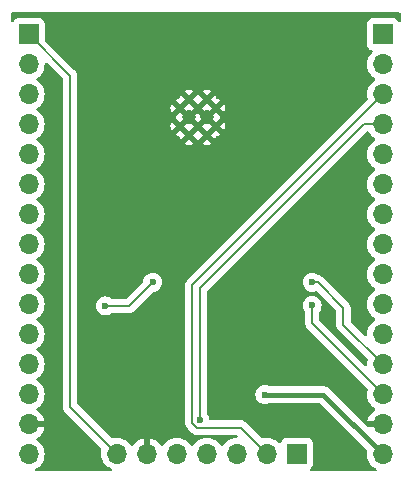
<source format=gbl>
G04 #@! TF.GenerationSoftware,KiCad,Pcbnew,8.0.0*
G04 #@! TF.CreationDate,2024-03-07T23:13:23+01:00*
G04 #@! TF.ProjectId,ESP32j1mmb,45535033-326a-4316-9d6d-622e6b696361,rev?*
G04 #@! TF.SameCoordinates,Original*
G04 #@! TF.FileFunction,Copper,L2,Bot*
G04 #@! TF.FilePolarity,Positive*
%FSLAX46Y46*%
G04 Gerber Fmt 4.6, Leading zero omitted, Abs format (unit mm)*
G04 Created by KiCad (PCBNEW 8.0.0) date 2024-03-07 23:13:23*
%MOMM*%
%LPD*%
G01*
G04 APERTURE LIST*
G04 #@! TA.AperFunction,HeatsinkPad*
%ADD10C,0.600000*%
G04 #@! TD*
G04 #@! TA.AperFunction,HeatsinkPad*
%ADD11C,1.200000*%
G04 #@! TD*
G04 #@! TA.AperFunction,ComponentPad*
%ADD12R,1.700000X1.700000*%
G04 #@! TD*
G04 #@! TA.AperFunction,ComponentPad*
%ADD13O,1.700000X1.700000*%
G04 #@! TD*
G04 #@! TA.AperFunction,ViaPad*
%ADD14C,0.600000*%
G04 #@! TD*
G04 #@! TA.AperFunction,Conductor*
%ADD15C,0.400000*%
G04 #@! TD*
G04 #@! TA.AperFunction,Conductor*
%ADD16C,0.200000*%
G04 #@! TD*
G04 APERTURE END LIST*
D10*
X87795000Y-106267500D03*
X87795000Y-107792500D03*
X88557500Y-105505000D03*
D11*
X88557500Y-107030000D03*
D10*
X88557500Y-108555000D03*
X89320000Y-106267500D03*
X89320000Y-107792500D03*
X90082500Y-105505000D03*
D11*
X90082500Y-107030000D03*
D10*
X90082500Y-108555000D03*
X90845000Y-106267500D03*
X90845000Y-107792500D03*
D12*
X105000000Y-100000000D03*
D13*
X105000000Y-102540000D03*
X105000000Y-105080000D03*
X105000000Y-107620000D03*
X105000000Y-110160000D03*
X105000000Y-112700000D03*
X105000000Y-115240000D03*
X105000000Y-117780000D03*
X105000000Y-120320000D03*
X105000000Y-122860000D03*
X105000000Y-125400000D03*
X105000000Y-127940000D03*
X105000000Y-130480000D03*
X105000000Y-133020000D03*
X105000000Y-135560000D03*
D12*
X75000000Y-100000000D03*
D13*
X75000000Y-102540000D03*
X75000000Y-105080000D03*
X75000000Y-107620000D03*
X75000000Y-110160000D03*
X75000000Y-112700000D03*
X75000000Y-115240000D03*
X75000000Y-117780000D03*
X75000000Y-120320000D03*
X75000000Y-122860000D03*
X75000000Y-125400000D03*
X75000000Y-127940000D03*
X75000000Y-130480000D03*
X75000000Y-133020000D03*
X75000000Y-135560000D03*
D12*
X97700000Y-135500000D03*
D13*
X95160000Y-135500000D03*
X92620000Y-135500000D03*
X90080000Y-135500000D03*
X87540000Y-135500000D03*
X85000000Y-135500000D03*
X82460000Y-135500000D03*
D14*
X81500000Y-132000000D03*
X98000000Y-133000000D03*
X77000000Y-124500000D03*
X100500000Y-129000000D03*
X77000000Y-99000000D03*
X101500000Y-99000000D03*
X99500000Y-119500000D03*
X79500000Y-120000000D03*
X95000000Y-122500000D03*
X95000000Y-130500000D03*
X81500000Y-122999994D03*
X85500000Y-121000000D03*
X89500000Y-132650000D03*
X99000000Y-121000000D03*
X99000012Y-122959606D03*
D15*
X95000000Y-130500000D02*
X99940000Y-130500000D01*
X99940000Y-130500000D02*
X105000000Y-135560000D01*
D16*
X75000000Y-100000000D02*
X78500000Y-103500000D01*
X78500000Y-131540000D02*
X82460000Y-135500000D01*
X78500000Y-103500000D02*
X78500000Y-131540000D01*
X85500000Y-121000000D02*
X83500006Y-122999994D01*
X83500006Y-122999994D02*
X81500000Y-122999994D01*
X89500000Y-121500000D02*
X89500000Y-132650000D01*
X103380000Y-107620000D02*
X89500000Y-121500000D01*
X105000000Y-107620000D02*
X103380000Y-107620000D01*
X88850000Y-132919239D02*
X89230761Y-133300000D01*
X89230761Y-133300000D02*
X92960000Y-133300000D01*
X88850000Y-121230000D02*
X88850000Y-132919239D01*
X105000000Y-105080000D02*
X88850000Y-121230000D01*
X92960000Y-133300000D02*
X95160000Y-135500000D01*
X101650000Y-123150000D02*
X99500000Y-121000000D01*
X99500000Y-121000000D02*
X99000000Y-121000000D01*
X105000000Y-127940000D02*
X101650000Y-124590000D01*
X101650000Y-124590000D02*
X101650000Y-123150000D01*
X105000000Y-130480000D02*
X99000012Y-124480012D01*
X99000012Y-124480012D02*
X99000012Y-122959606D01*
G04 #@! TA.AperFunction,Conductor*
G36*
X76549473Y-102400911D02*
G01*
X76564431Y-102413666D01*
X77863181Y-103712416D01*
X77896666Y-103773739D01*
X77899500Y-103800097D01*
X77899500Y-131453330D01*
X77899499Y-131453348D01*
X77899499Y-131619054D01*
X77899498Y-131619054D01*
X77899499Y-131619057D01*
X77940423Y-131771785D01*
X77965410Y-131815063D01*
X77986666Y-131851880D01*
X78019479Y-131908714D01*
X78019481Y-131908717D01*
X78138349Y-132027585D01*
X78138355Y-132027590D01*
X81127233Y-135016469D01*
X81160718Y-135077792D01*
X81159327Y-135136243D01*
X81124938Y-135264586D01*
X81124936Y-135264596D01*
X81104341Y-135499999D01*
X81104341Y-135500000D01*
X81124936Y-135735403D01*
X81124938Y-135735413D01*
X81186094Y-135963655D01*
X81186096Y-135963659D01*
X81186097Y-135963663D01*
X81265801Y-136134588D01*
X81285965Y-136177830D01*
X81285967Y-136177834D01*
X81327977Y-136237830D01*
X81421505Y-136371401D01*
X81588599Y-136538495D01*
X81674285Y-136598493D01*
X81782165Y-136674032D01*
X81782167Y-136674033D01*
X81782170Y-136674035D01*
X81973209Y-136763118D01*
X82025648Y-136809290D01*
X82044800Y-136876484D01*
X82024584Y-136943365D01*
X81971419Y-136988700D01*
X81920804Y-136999500D01*
X75667866Y-136999500D01*
X75600827Y-136979815D01*
X75555072Y-136927011D01*
X75545128Y-136857853D01*
X75574153Y-136794297D01*
X75615461Y-136763118D01*
X75677830Y-136734035D01*
X75871401Y-136598495D01*
X76038495Y-136431401D01*
X76174035Y-136237830D01*
X76273903Y-136023663D01*
X76335063Y-135795408D01*
X76355659Y-135560000D01*
X76335063Y-135324592D01*
X76283887Y-135133597D01*
X76273905Y-135096344D01*
X76273904Y-135096343D01*
X76273903Y-135096337D01*
X76174035Y-134882171D01*
X76162301Y-134865412D01*
X76038494Y-134688597D01*
X75871402Y-134521506D01*
X75871401Y-134521505D01*
X75685405Y-134391269D01*
X75641781Y-134336692D01*
X75634588Y-134267193D01*
X75666110Y-134204839D01*
X75685405Y-134188119D01*
X75871082Y-134058105D01*
X76038105Y-133891082D01*
X76173600Y-133697578D01*
X76273429Y-133483492D01*
X76273432Y-133483486D01*
X76330636Y-133270000D01*
X75433012Y-133270000D01*
X75465925Y-133212993D01*
X75500000Y-133085826D01*
X75500000Y-132954174D01*
X75465925Y-132827007D01*
X75433012Y-132770000D01*
X76330636Y-132770000D01*
X76330635Y-132769999D01*
X76273432Y-132556513D01*
X76273429Y-132556507D01*
X76173600Y-132342422D01*
X76173599Y-132342420D01*
X76038113Y-132148926D01*
X76038108Y-132148920D01*
X75871078Y-131981890D01*
X75685405Y-131851879D01*
X75641780Y-131797302D01*
X75634588Y-131727804D01*
X75666110Y-131665449D01*
X75685406Y-131648730D01*
X75871401Y-131518495D01*
X76038495Y-131351401D01*
X76174035Y-131157830D01*
X76273903Y-130943663D01*
X76335063Y-130715408D01*
X76355659Y-130480000D01*
X76335063Y-130244592D01*
X76282143Y-130047091D01*
X76273905Y-130016344D01*
X76273904Y-130016343D01*
X76273903Y-130016337D01*
X76174035Y-129802171D01*
X76154458Y-129774211D01*
X76038494Y-129608597D01*
X75871402Y-129441506D01*
X75871396Y-129441501D01*
X75685842Y-129311575D01*
X75642217Y-129256998D01*
X75635023Y-129187500D01*
X75666546Y-129125145D01*
X75685842Y-129108425D01*
X75708026Y-129092891D01*
X75871401Y-128978495D01*
X76038495Y-128811401D01*
X76174035Y-128617830D01*
X76273903Y-128403663D01*
X76335063Y-128175408D01*
X76355659Y-127940000D01*
X76335063Y-127704592D01*
X76282143Y-127507091D01*
X76273905Y-127476344D01*
X76273904Y-127476343D01*
X76273903Y-127476337D01*
X76174035Y-127262171D01*
X76038495Y-127068599D01*
X76038494Y-127068597D01*
X75871402Y-126901506D01*
X75871396Y-126901501D01*
X75685842Y-126771575D01*
X75642217Y-126716998D01*
X75635023Y-126647500D01*
X75666546Y-126585145D01*
X75685842Y-126568425D01*
X75708026Y-126552891D01*
X75871401Y-126438495D01*
X76038495Y-126271401D01*
X76174035Y-126077830D01*
X76273903Y-125863663D01*
X76335063Y-125635408D01*
X76355659Y-125400000D01*
X76335063Y-125164592D01*
X76282279Y-124967597D01*
X76273905Y-124936344D01*
X76273904Y-124936343D01*
X76273903Y-124936337D01*
X76174035Y-124722171D01*
X76136845Y-124669057D01*
X76038494Y-124528597D01*
X75871402Y-124361506D01*
X75871396Y-124361501D01*
X75685842Y-124231575D01*
X75642217Y-124176998D01*
X75635023Y-124107500D01*
X75666546Y-124045145D01*
X75685842Y-124028425D01*
X75708026Y-124012891D01*
X75871401Y-123898495D01*
X76038495Y-123731401D01*
X76174035Y-123537830D01*
X76273903Y-123323663D01*
X76335063Y-123095408D01*
X76355659Y-122860000D01*
X76335063Y-122624592D01*
X76283887Y-122433597D01*
X76273905Y-122396344D01*
X76273904Y-122396343D01*
X76273903Y-122396337D01*
X76174035Y-122182171D01*
X76168481Y-122174238D01*
X76038494Y-121988597D01*
X75871402Y-121821506D01*
X75871396Y-121821501D01*
X75685842Y-121691575D01*
X75642217Y-121636998D01*
X75635023Y-121567500D01*
X75666546Y-121505145D01*
X75685842Y-121488425D01*
X75708026Y-121472891D01*
X75871401Y-121358495D01*
X76038495Y-121191401D01*
X76174035Y-120997830D01*
X76273903Y-120783663D01*
X76335063Y-120555408D01*
X76355659Y-120320000D01*
X76335063Y-120084592D01*
X76283887Y-119893597D01*
X76273905Y-119856344D01*
X76273904Y-119856343D01*
X76273903Y-119856337D01*
X76174035Y-119642171D01*
X76038495Y-119448599D01*
X76038494Y-119448597D01*
X75871402Y-119281506D01*
X75871396Y-119281501D01*
X75685842Y-119151575D01*
X75642217Y-119096998D01*
X75635023Y-119027500D01*
X75666546Y-118965145D01*
X75685842Y-118948425D01*
X75708026Y-118932891D01*
X75871401Y-118818495D01*
X76038495Y-118651401D01*
X76174035Y-118457830D01*
X76273903Y-118243663D01*
X76335063Y-118015408D01*
X76355659Y-117780000D01*
X76335063Y-117544592D01*
X76283887Y-117353597D01*
X76273905Y-117316344D01*
X76273904Y-117316343D01*
X76273903Y-117316337D01*
X76174035Y-117102171D01*
X76038495Y-116908599D01*
X76038494Y-116908597D01*
X75871402Y-116741506D01*
X75871396Y-116741501D01*
X75685842Y-116611575D01*
X75642217Y-116556998D01*
X75635023Y-116487500D01*
X75666546Y-116425145D01*
X75685842Y-116408425D01*
X75708026Y-116392891D01*
X75871401Y-116278495D01*
X76038495Y-116111401D01*
X76174035Y-115917830D01*
X76273903Y-115703663D01*
X76335063Y-115475408D01*
X76355659Y-115240000D01*
X76335063Y-115004592D01*
X76283887Y-114813597D01*
X76273905Y-114776344D01*
X76273904Y-114776343D01*
X76273903Y-114776337D01*
X76174035Y-114562171D01*
X76038495Y-114368599D01*
X76038494Y-114368597D01*
X75871402Y-114201506D01*
X75871396Y-114201501D01*
X75685842Y-114071575D01*
X75642217Y-114016998D01*
X75635023Y-113947500D01*
X75666546Y-113885145D01*
X75685842Y-113868425D01*
X75708026Y-113852891D01*
X75871401Y-113738495D01*
X76038495Y-113571401D01*
X76174035Y-113377830D01*
X76273903Y-113163663D01*
X76335063Y-112935408D01*
X76355659Y-112700000D01*
X76335063Y-112464592D01*
X76283887Y-112273597D01*
X76273905Y-112236344D01*
X76273904Y-112236343D01*
X76273903Y-112236337D01*
X76174035Y-112022171D01*
X76038495Y-111828599D01*
X76038494Y-111828597D01*
X75871402Y-111661506D01*
X75871396Y-111661501D01*
X75685842Y-111531575D01*
X75642217Y-111476998D01*
X75635023Y-111407500D01*
X75666546Y-111345145D01*
X75685842Y-111328425D01*
X75708026Y-111312891D01*
X75871401Y-111198495D01*
X76038495Y-111031401D01*
X76174035Y-110837830D01*
X76273903Y-110623663D01*
X76335063Y-110395408D01*
X76355659Y-110160000D01*
X76335063Y-109924592D01*
X76283887Y-109733597D01*
X76273905Y-109696344D01*
X76273904Y-109696343D01*
X76273903Y-109696337D01*
X76174035Y-109482171D01*
X76038495Y-109288599D01*
X76038494Y-109288597D01*
X75871402Y-109121506D01*
X75871396Y-109121501D01*
X75685842Y-108991575D01*
X75642217Y-108936998D01*
X75635023Y-108867500D01*
X75666546Y-108805145D01*
X75685842Y-108788425D01*
X75763370Y-108734139D01*
X75871401Y-108658495D01*
X76038495Y-108491401D01*
X76174035Y-108297830D01*
X76273903Y-108083663D01*
X76335063Y-107855408D01*
X76355659Y-107620000D01*
X76335063Y-107384592D01*
X76283887Y-107193597D01*
X76273905Y-107156344D01*
X76273904Y-107156343D01*
X76273903Y-107156337D01*
X76174035Y-106942171D01*
X76038495Y-106748599D01*
X76038494Y-106748597D01*
X75871402Y-106581506D01*
X75871396Y-106581501D01*
X75685842Y-106451575D01*
X75642217Y-106396998D01*
X75635023Y-106327500D01*
X75666546Y-106265145D01*
X75685842Y-106248425D01*
X75739497Y-106210855D01*
X75871401Y-106118495D01*
X76038495Y-105951401D01*
X76174035Y-105757830D01*
X76273903Y-105543663D01*
X76335063Y-105315408D01*
X76355659Y-105080000D01*
X76335063Y-104844592D01*
X76283887Y-104653597D01*
X76273905Y-104616344D01*
X76273904Y-104616343D01*
X76273903Y-104616337D01*
X76174035Y-104402171D01*
X76038495Y-104208599D01*
X76038494Y-104208597D01*
X75871402Y-104041506D01*
X75871396Y-104041501D01*
X75685842Y-103911575D01*
X75642217Y-103856998D01*
X75635023Y-103787500D01*
X75666546Y-103725145D01*
X75685842Y-103708425D01*
X75708026Y-103692891D01*
X75871401Y-103578495D01*
X76038495Y-103411401D01*
X76174035Y-103217830D01*
X76273903Y-103003663D01*
X76335063Y-102775408D01*
X76355659Y-102540000D01*
X76353222Y-102512154D01*
X76366987Y-102443657D01*
X76415601Y-102393473D01*
X76483629Y-102377538D01*
X76549473Y-102400911D01*
G37*
G04 #@! TD.AperFunction*
G04 #@! TA.AperFunction,Conductor*
G36*
X103777948Y-108240185D02*
G01*
X103823292Y-108292097D01*
X103825965Y-108297830D01*
X103825966Y-108297831D01*
X103961501Y-108491395D01*
X103961506Y-108491402D01*
X104128597Y-108658493D01*
X104128603Y-108658498D01*
X104314158Y-108788425D01*
X104357783Y-108843002D01*
X104364977Y-108912500D01*
X104333454Y-108974855D01*
X104314158Y-108991575D01*
X104128597Y-109121505D01*
X103961505Y-109288597D01*
X103825965Y-109482169D01*
X103825964Y-109482171D01*
X103726098Y-109696335D01*
X103726094Y-109696344D01*
X103664938Y-109924586D01*
X103664936Y-109924596D01*
X103644341Y-110159999D01*
X103644341Y-110160000D01*
X103664936Y-110395403D01*
X103664938Y-110395413D01*
X103726094Y-110623655D01*
X103726096Y-110623659D01*
X103726097Y-110623663D01*
X103761319Y-110699196D01*
X103825965Y-110837830D01*
X103825967Y-110837834D01*
X103961501Y-111031395D01*
X103961506Y-111031402D01*
X104128597Y-111198493D01*
X104128603Y-111198498D01*
X104314158Y-111328425D01*
X104357783Y-111383002D01*
X104364977Y-111452500D01*
X104333454Y-111514855D01*
X104314158Y-111531575D01*
X104128597Y-111661505D01*
X103961505Y-111828597D01*
X103825965Y-112022169D01*
X103825964Y-112022171D01*
X103726098Y-112236335D01*
X103726094Y-112236344D01*
X103664938Y-112464586D01*
X103664936Y-112464596D01*
X103644341Y-112699999D01*
X103644341Y-112700000D01*
X103664936Y-112935403D01*
X103664938Y-112935413D01*
X103726094Y-113163655D01*
X103726096Y-113163659D01*
X103726097Y-113163663D01*
X103761319Y-113239196D01*
X103825965Y-113377830D01*
X103825967Y-113377834D01*
X103961501Y-113571395D01*
X103961506Y-113571402D01*
X104128597Y-113738493D01*
X104128603Y-113738498D01*
X104314158Y-113868425D01*
X104357783Y-113923002D01*
X104364977Y-113992500D01*
X104333454Y-114054855D01*
X104314158Y-114071575D01*
X104128597Y-114201505D01*
X103961505Y-114368597D01*
X103825965Y-114562169D01*
X103825964Y-114562171D01*
X103726098Y-114776335D01*
X103726094Y-114776344D01*
X103664938Y-115004586D01*
X103664936Y-115004596D01*
X103644341Y-115239999D01*
X103644341Y-115240000D01*
X103664936Y-115475403D01*
X103664938Y-115475413D01*
X103726094Y-115703655D01*
X103726096Y-115703659D01*
X103726097Y-115703663D01*
X103761319Y-115779196D01*
X103825965Y-115917830D01*
X103825967Y-115917834D01*
X103961501Y-116111395D01*
X103961506Y-116111402D01*
X104128597Y-116278493D01*
X104128603Y-116278498D01*
X104314158Y-116408425D01*
X104357783Y-116463002D01*
X104364977Y-116532500D01*
X104333454Y-116594855D01*
X104314158Y-116611575D01*
X104128597Y-116741505D01*
X103961505Y-116908597D01*
X103825965Y-117102169D01*
X103825964Y-117102171D01*
X103726098Y-117316335D01*
X103726094Y-117316344D01*
X103664938Y-117544586D01*
X103664936Y-117544596D01*
X103644341Y-117779999D01*
X103644341Y-117780000D01*
X103664936Y-118015403D01*
X103664938Y-118015413D01*
X103726094Y-118243655D01*
X103726096Y-118243659D01*
X103726097Y-118243663D01*
X103761319Y-118319196D01*
X103825965Y-118457830D01*
X103825967Y-118457834D01*
X103961501Y-118651395D01*
X103961506Y-118651402D01*
X104128597Y-118818493D01*
X104128603Y-118818498D01*
X104314158Y-118948425D01*
X104357783Y-119003002D01*
X104364977Y-119072500D01*
X104333454Y-119134855D01*
X104314158Y-119151575D01*
X104128597Y-119281505D01*
X103961505Y-119448597D01*
X103825965Y-119642169D01*
X103825964Y-119642171D01*
X103726098Y-119856335D01*
X103726094Y-119856344D01*
X103664938Y-120084586D01*
X103664936Y-120084596D01*
X103644341Y-120319999D01*
X103644341Y-120320000D01*
X103664936Y-120555403D01*
X103664938Y-120555413D01*
X103726094Y-120783655D01*
X103726096Y-120783659D01*
X103726097Y-120783663D01*
X103762293Y-120861285D01*
X103825965Y-120997830D01*
X103825967Y-120997834D01*
X103961501Y-121191395D01*
X103961506Y-121191402D01*
X104128597Y-121358493D01*
X104128603Y-121358498D01*
X104314158Y-121488425D01*
X104357783Y-121543002D01*
X104364977Y-121612500D01*
X104333454Y-121674855D01*
X104314158Y-121691575D01*
X104128597Y-121821505D01*
X103961505Y-121988597D01*
X103825965Y-122182169D01*
X103825964Y-122182171D01*
X103726098Y-122396335D01*
X103726094Y-122396344D01*
X103664938Y-122624586D01*
X103664936Y-122624596D01*
X103644341Y-122859999D01*
X103644341Y-122860000D01*
X103664936Y-123095403D01*
X103664938Y-123095413D01*
X103726094Y-123323655D01*
X103726096Y-123323659D01*
X103726097Y-123323663D01*
X103790543Y-123461868D01*
X103825965Y-123537830D01*
X103825967Y-123537834D01*
X103961501Y-123731395D01*
X103961506Y-123731402D01*
X104128597Y-123898493D01*
X104128603Y-123898498D01*
X104314158Y-124028425D01*
X104357783Y-124083002D01*
X104364977Y-124152500D01*
X104333454Y-124214855D01*
X104314158Y-124231575D01*
X104128597Y-124361505D01*
X103961505Y-124528597D01*
X103825965Y-124722169D01*
X103825964Y-124722171D01*
X103726098Y-124936335D01*
X103726094Y-124936344D01*
X103664938Y-125164586D01*
X103664936Y-125164596D01*
X103644341Y-125399999D01*
X103644341Y-125400000D01*
X103646777Y-125427844D01*
X103633010Y-125496344D01*
X103584395Y-125546528D01*
X103516367Y-125562461D01*
X103450523Y-125539086D01*
X103435568Y-125526333D01*
X102286819Y-124377584D01*
X102253334Y-124316261D01*
X102250500Y-124289903D01*
X102250500Y-123070945D01*
X102250500Y-123070943D01*
X102231489Y-122999994D01*
X102209577Y-122918215D01*
X102153299Y-122820739D01*
X102130520Y-122781284D01*
X102018716Y-122669480D01*
X102018715Y-122669479D01*
X102014385Y-122665149D01*
X102014374Y-122665139D01*
X99987590Y-120638355D01*
X99987588Y-120638352D01*
X99868717Y-120519481D01*
X99868709Y-120519475D01*
X99766936Y-120460717D01*
X99766934Y-120460716D01*
X99731790Y-120440425D01*
X99731789Y-120440424D01*
X99579054Y-120399498D01*
X99570997Y-120398438D01*
X99571287Y-120396232D01*
X99515372Y-120379814D01*
X99505097Y-120372445D01*
X99502262Y-120370184D01*
X99349523Y-120274211D01*
X99179254Y-120214631D01*
X99179249Y-120214630D01*
X99000004Y-120194435D01*
X98999996Y-120194435D01*
X98820750Y-120214630D01*
X98820745Y-120214631D01*
X98650476Y-120274211D01*
X98497737Y-120370184D01*
X98370184Y-120497737D01*
X98274211Y-120650476D01*
X98214631Y-120820745D01*
X98214630Y-120820750D01*
X98194435Y-120999996D01*
X98194435Y-121000003D01*
X98214630Y-121179249D01*
X98214631Y-121179254D01*
X98274211Y-121349523D01*
X98361490Y-121488425D01*
X98370184Y-121502262D01*
X98497738Y-121629816D01*
X98569417Y-121674855D01*
X98633875Y-121715357D01*
X98650478Y-121725789D01*
X98703994Y-121744515D01*
X98820745Y-121785368D01*
X98820750Y-121785369D01*
X98999996Y-121805565D01*
X99000000Y-121805565D01*
X99000004Y-121805565D01*
X99179249Y-121785369D01*
X99179252Y-121785368D01*
X99179255Y-121785368D01*
X99179256Y-121785367D01*
X99179259Y-121785367D01*
X99212100Y-121773875D01*
X99296006Y-121744514D01*
X99365782Y-121740952D01*
X99424640Y-121773875D01*
X101013181Y-123362416D01*
X101046666Y-123423739D01*
X101049500Y-123450097D01*
X101049500Y-124503330D01*
X101049499Y-124503348D01*
X101049499Y-124669054D01*
X101049498Y-124669054D01*
X101090423Y-124821786D01*
X101105977Y-124848724D01*
X101105978Y-124848729D01*
X101105980Y-124848729D01*
X101156560Y-124936337D01*
X101169479Y-124958714D01*
X101169481Y-124958717D01*
X101288349Y-125077585D01*
X101288355Y-125077590D01*
X103667233Y-127456468D01*
X103700718Y-127517791D01*
X103699327Y-127576241D01*
X103664939Y-127704583D01*
X103664936Y-127704596D01*
X103644341Y-127939999D01*
X103644341Y-127940000D01*
X103646777Y-127967844D01*
X103633010Y-128036344D01*
X103584395Y-128086528D01*
X103516367Y-128102461D01*
X103450523Y-128079086D01*
X103435568Y-128066333D01*
X99636831Y-124267596D01*
X99603346Y-124206273D01*
X99600512Y-124179915D01*
X99600512Y-123542018D01*
X99620197Y-123474979D01*
X99627567Y-123464703D01*
X99629822Y-123461873D01*
X99629828Y-123461868D01*
X99725801Y-123309128D01*
X99785380Y-123138861D01*
X99785381Y-123138855D01*
X99805577Y-122959609D01*
X99805577Y-122959602D01*
X99785381Y-122780356D01*
X99785380Y-122780351D01*
X99725801Y-122610084D01*
X99629828Y-122457344D01*
X99502274Y-122329790D01*
X99487971Y-122320803D01*
X99349535Y-122233817D01*
X99179266Y-122174237D01*
X99179261Y-122174236D01*
X99000016Y-122154041D01*
X99000008Y-122154041D01*
X98820762Y-122174236D01*
X98820757Y-122174237D01*
X98650488Y-122233817D01*
X98497749Y-122329790D01*
X98370196Y-122457343D01*
X98274223Y-122610082D01*
X98214643Y-122780351D01*
X98214642Y-122780356D01*
X98194447Y-122959602D01*
X98194447Y-122959609D01*
X98214642Y-123138855D01*
X98214643Y-123138860D01*
X98274223Y-123309129D01*
X98370197Y-123461869D01*
X98372457Y-123464703D01*
X98373346Y-123466881D01*
X98373901Y-123467764D01*
X98373746Y-123467861D01*
X98398867Y-123529389D01*
X98399512Y-123542018D01*
X98399512Y-124393342D01*
X98399511Y-124393360D01*
X98399511Y-124559066D01*
X98399510Y-124559066D01*
X98399511Y-124559069D01*
X98440435Y-124711797D01*
X98446423Y-124722169D01*
X98469370Y-124761912D01*
X98469371Y-124761916D01*
X98469372Y-124761916D01*
X98519491Y-124848726D01*
X98519493Y-124848729D01*
X98638361Y-124967597D01*
X98638367Y-124967602D01*
X103667233Y-129996468D01*
X103700718Y-130057791D01*
X103699327Y-130116241D01*
X103664939Y-130244583D01*
X103664936Y-130244596D01*
X103644341Y-130479999D01*
X103644341Y-130480000D01*
X103664936Y-130715403D01*
X103664938Y-130715413D01*
X103726094Y-130943655D01*
X103726096Y-130943659D01*
X103726097Y-130943663D01*
X103761319Y-131019196D01*
X103825965Y-131157830D01*
X103825967Y-131157834D01*
X103929410Y-131305565D01*
X103944827Y-131327583D01*
X103961501Y-131351395D01*
X103961506Y-131351402D01*
X104128597Y-131518493D01*
X104128603Y-131518498D01*
X104314594Y-131648730D01*
X104358219Y-131703307D01*
X104365413Y-131772805D01*
X104333890Y-131835160D01*
X104314595Y-131851880D01*
X104128922Y-131981890D01*
X104128920Y-131981891D01*
X103961891Y-132148920D01*
X103961886Y-132148926D01*
X103826400Y-132342420D01*
X103826399Y-132342422D01*
X103726570Y-132556507D01*
X103726567Y-132556513D01*
X103669364Y-132769999D01*
X103669364Y-132770000D01*
X104566988Y-132770000D01*
X104534075Y-132827007D01*
X104500000Y-132954174D01*
X104500000Y-133085826D01*
X104534075Y-133212993D01*
X104566988Y-133270000D01*
X103752019Y-133270000D01*
X103684980Y-133250315D01*
X103664338Y-133233681D01*
X100386546Y-129955888D01*
X100386545Y-129955887D01*
X100271807Y-129879222D01*
X100144332Y-129826421D01*
X100144322Y-129826418D01*
X100008996Y-129799500D01*
X100008994Y-129799500D01*
X100008993Y-129799500D01*
X95425494Y-129799500D01*
X95359523Y-129780494D01*
X95349525Y-129774212D01*
X95179254Y-129714631D01*
X95179249Y-129714630D01*
X95000004Y-129694435D01*
X94999996Y-129694435D01*
X94820750Y-129714630D01*
X94820745Y-129714631D01*
X94650476Y-129774211D01*
X94497737Y-129870184D01*
X94370184Y-129997737D01*
X94274211Y-130150476D01*
X94214631Y-130320745D01*
X94214630Y-130320750D01*
X94194435Y-130499996D01*
X94194435Y-130500003D01*
X94214630Y-130679249D01*
X94214631Y-130679254D01*
X94274211Y-130849523D01*
X94333359Y-130943655D01*
X94370184Y-131002262D01*
X94497738Y-131129816D01*
X94588080Y-131186582D01*
X94650474Y-131225787D01*
X94650478Y-131225789D01*
X94820745Y-131285368D01*
X94820750Y-131285369D01*
X94999996Y-131305565D01*
X95000000Y-131305565D01*
X95000004Y-131305565D01*
X95179249Y-131285369D01*
X95179252Y-131285368D01*
X95179255Y-131285368D01*
X95349522Y-131225789D01*
X95350488Y-131225181D01*
X95359523Y-131219506D01*
X95425494Y-131200500D01*
X99598481Y-131200500D01*
X99665520Y-131220185D01*
X99686162Y-131236819D01*
X103637348Y-135188005D01*
X103670833Y-135249328D01*
X103669442Y-135307778D01*
X103664939Y-135324584D01*
X103664936Y-135324597D01*
X103644341Y-135559999D01*
X103644341Y-135560000D01*
X103664936Y-135795403D01*
X103664938Y-135795413D01*
X103726094Y-136023655D01*
X103726096Y-136023659D01*
X103726097Y-136023663D01*
X103797988Y-136177834D01*
X103825965Y-136237830D01*
X103825967Y-136237834D01*
X103919493Y-136371402D01*
X103961505Y-136431401D01*
X104128599Y-136598495D01*
X104225384Y-136666265D01*
X104322165Y-136734032D01*
X104322167Y-136734033D01*
X104322170Y-136734035D01*
X104384539Y-136763118D01*
X104436978Y-136809290D01*
X104456130Y-136876484D01*
X104435914Y-136943365D01*
X104382749Y-136988700D01*
X104332134Y-136999500D01*
X98890103Y-136999500D01*
X98823064Y-136979815D01*
X98777309Y-136927011D01*
X98767365Y-136857853D01*
X98796390Y-136794297D01*
X98815792Y-136776234D01*
X98875240Y-136731730D01*
X98907546Y-136707546D01*
X98993796Y-136592331D01*
X99044091Y-136457483D01*
X99050500Y-136397873D01*
X99050499Y-134602128D01*
X99044091Y-134542517D01*
X99042810Y-134539083D01*
X98993797Y-134407671D01*
X98993793Y-134407664D01*
X98907547Y-134292455D01*
X98907544Y-134292452D01*
X98792335Y-134206206D01*
X98792328Y-134206202D01*
X98657482Y-134155908D01*
X98657483Y-134155908D01*
X98597883Y-134149501D01*
X98597881Y-134149500D01*
X98597873Y-134149500D01*
X98597864Y-134149500D01*
X96802129Y-134149500D01*
X96802123Y-134149501D01*
X96742516Y-134155908D01*
X96607671Y-134206202D01*
X96607664Y-134206206D01*
X96492455Y-134292452D01*
X96492452Y-134292455D01*
X96406206Y-134407664D01*
X96406203Y-134407669D01*
X96357189Y-134539083D01*
X96315317Y-134595016D01*
X96249853Y-134619433D01*
X96181580Y-134604581D01*
X96153326Y-134583430D01*
X96031402Y-134461506D01*
X96031395Y-134461501D01*
X95837834Y-134325967D01*
X95837830Y-134325965D01*
X95808300Y-134312195D01*
X95623663Y-134226097D01*
X95623659Y-134226096D01*
X95623655Y-134226094D01*
X95395413Y-134164938D01*
X95395403Y-134164936D01*
X95160001Y-134144341D01*
X95159999Y-134144341D01*
X94924596Y-134164936D01*
X94924583Y-134164939D01*
X94796241Y-134199327D01*
X94726392Y-134197664D01*
X94676468Y-134167233D01*
X93447590Y-132938355D01*
X93447588Y-132938352D01*
X93328717Y-132819481D01*
X93328716Y-132819480D01*
X93241904Y-132769360D01*
X93241904Y-132769359D01*
X93241900Y-132769358D01*
X93191785Y-132740423D01*
X93039057Y-132699499D01*
X92880943Y-132699499D01*
X92873347Y-132699499D01*
X92873331Y-132699500D01*
X90421956Y-132699500D01*
X90354917Y-132679815D01*
X90309162Y-132627011D01*
X90298736Y-132589384D01*
X90285369Y-132470749D01*
X90285368Y-132470745D01*
X90225788Y-132300476D01*
X90130562Y-132148926D01*
X90129816Y-132147738D01*
X90129814Y-132147736D01*
X90129813Y-132147734D01*
X90127550Y-132144896D01*
X90126659Y-132142715D01*
X90126111Y-132141842D01*
X90126264Y-132141745D01*
X90101144Y-132080209D01*
X90100500Y-132067587D01*
X90100500Y-121800097D01*
X90120185Y-121733058D01*
X90136819Y-121712416D01*
X103592416Y-108256819D01*
X103653739Y-108223334D01*
X103680097Y-108220500D01*
X103710909Y-108220500D01*
X103777948Y-108240185D01*
G37*
G04 #@! TD.AperFunction*
G04 #@! TA.AperFunction,Conductor*
G36*
X106442539Y-98159685D02*
G01*
X106488294Y-98212489D01*
X106499500Y-98264000D01*
X106499500Y-98809897D01*
X106479815Y-98876936D01*
X106427011Y-98922691D01*
X106357853Y-98932635D01*
X106294297Y-98903610D01*
X106276234Y-98884208D01*
X106207547Y-98792455D01*
X106207544Y-98792452D01*
X106092335Y-98706206D01*
X106092328Y-98706202D01*
X105957482Y-98655908D01*
X105957483Y-98655908D01*
X105897883Y-98649501D01*
X105897881Y-98649500D01*
X105897873Y-98649500D01*
X105897864Y-98649500D01*
X104102129Y-98649500D01*
X104102123Y-98649501D01*
X104042516Y-98655908D01*
X103907671Y-98706202D01*
X103907664Y-98706206D01*
X103792455Y-98792452D01*
X103792452Y-98792455D01*
X103706206Y-98907664D01*
X103706202Y-98907671D01*
X103655908Y-99042517D01*
X103649501Y-99102116D01*
X103649501Y-99102123D01*
X103649500Y-99102135D01*
X103649500Y-100897870D01*
X103649501Y-100897876D01*
X103655908Y-100957483D01*
X103706202Y-101092328D01*
X103706206Y-101092335D01*
X103792452Y-101207544D01*
X103792455Y-101207547D01*
X103907664Y-101293793D01*
X103907671Y-101293797D01*
X104039081Y-101342810D01*
X104095015Y-101384681D01*
X104119432Y-101450145D01*
X104104580Y-101518418D01*
X104083430Y-101546673D01*
X103961503Y-101668600D01*
X103825965Y-101862169D01*
X103825964Y-101862171D01*
X103726098Y-102076335D01*
X103726094Y-102076344D01*
X103664938Y-102304586D01*
X103664936Y-102304596D01*
X103644341Y-102539999D01*
X103644341Y-102540000D01*
X103664936Y-102775403D01*
X103664938Y-102775413D01*
X103726094Y-103003655D01*
X103726096Y-103003659D01*
X103726097Y-103003663D01*
X103761319Y-103079196D01*
X103825965Y-103217830D01*
X103825967Y-103217834D01*
X103961501Y-103411395D01*
X103961506Y-103411402D01*
X104128597Y-103578493D01*
X104128603Y-103578498D01*
X104314158Y-103708425D01*
X104357783Y-103763002D01*
X104364977Y-103832500D01*
X104333454Y-103894855D01*
X104314158Y-103911575D01*
X104128597Y-104041505D01*
X103961505Y-104208597D01*
X103825965Y-104402169D01*
X103825964Y-104402171D01*
X103726098Y-104616335D01*
X103726094Y-104616344D01*
X103664938Y-104844586D01*
X103664936Y-104844596D01*
X103644341Y-105079999D01*
X103644341Y-105080000D01*
X103664936Y-105315403D01*
X103664938Y-105315413D01*
X103699327Y-105443756D01*
X103697664Y-105513606D01*
X103667233Y-105563530D01*
X88481286Y-120749478D01*
X88369481Y-120861282D01*
X88369479Y-120861285D01*
X88319361Y-120948094D01*
X88319359Y-120948096D01*
X88290425Y-120998209D01*
X88290424Y-120998210D01*
X88289944Y-121000003D01*
X88249499Y-121150943D01*
X88249499Y-121150945D01*
X88249499Y-121319046D01*
X88249500Y-121319059D01*
X88249500Y-132832569D01*
X88249499Y-132832587D01*
X88249499Y-132998293D01*
X88249498Y-132998293D01*
X88249499Y-132998296D01*
X88290423Y-133151024D01*
X88291138Y-133152262D01*
X88291139Y-133152263D01*
X88291147Y-133152278D01*
X88369477Y-133287951D01*
X88369481Y-133287956D01*
X88488349Y-133406824D01*
X88488355Y-133406829D01*
X88745900Y-133664374D01*
X88745910Y-133664385D01*
X88750240Y-133668715D01*
X88750241Y-133668716D01*
X88862045Y-133780520D01*
X88862047Y-133780521D01*
X88862051Y-133780524D01*
X88998970Y-133859573D01*
X88998977Y-133859577D01*
X89110780Y-133889534D01*
X89151703Y-133900500D01*
X89151704Y-133900500D01*
X90027050Y-133900500D01*
X90082285Y-133916719D01*
X90108518Y-133902931D01*
X90132950Y-133900500D01*
X92567050Y-133900500D01*
X92634089Y-133920185D01*
X92679844Y-133972989D01*
X92689788Y-134042147D01*
X92660763Y-134105703D01*
X92601985Y-134143477D01*
X92577858Y-134148028D01*
X92384596Y-134164936D01*
X92384586Y-134164938D01*
X92156344Y-134226094D01*
X92156335Y-134226098D01*
X91942171Y-134325964D01*
X91942169Y-134325965D01*
X91748597Y-134461505D01*
X91581505Y-134628597D01*
X91451575Y-134814158D01*
X91396998Y-134857783D01*
X91327500Y-134864977D01*
X91265145Y-134833454D01*
X91248425Y-134814158D01*
X91118494Y-134628597D01*
X90951402Y-134461506D01*
X90951395Y-134461501D01*
X90757834Y-134325967D01*
X90757830Y-134325965D01*
X90728300Y-134312195D01*
X90543663Y-134226097D01*
X90543659Y-134226096D01*
X90543655Y-134226094D01*
X90315413Y-134164938D01*
X90315403Y-134164936D01*
X90122142Y-134148028D01*
X90080344Y-134131677D01*
X90061985Y-134143477D01*
X90037858Y-134148028D01*
X89844596Y-134164936D01*
X89844586Y-134164938D01*
X89616344Y-134226094D01*
X89616335Y-134226098D01*
X89402171Y-134325964D01*
X89402169Y-134325965D01*
X89208597Y-134461505D01*
X89041505Y-134628597D01*
X88911575Y-134814158D01*
X88856998Y-134857783D01*
X88787500Y-134864977D01*
X88725145Y-134833454D01*
X88708425Y-134814158D01*
X88578494Y-134628597D01*
X88411402Y-134461506D01*
X88411395Y-134461501D01*
X88217834Y-134325967D01*
X88217830Y-134325965D01*
X88188300Y-134312195D01*
X88003663Y-134226097D01*
X88003659Y-134226096D01*
X88003655Y-134226094D01*
X87775413Y-134164938D01*
X87775403Y-134164936D01*
X87540001Y-134144341D01*
X87539999Y-134144341D01*
X87304596Y-134164936D01*
X87304586Y-134164938D01*
X87076344Y-134226094D01*
X87076335Y-134226098D01*
X86862171Y-134325964D01*
X86862169Y-134325965D01*
X86668597Y-134461505D01*
X86501508Y-134628594D01*
X86371269Y-134814595D01*
X86316692Y-134858219D01*
X86247193Y-134865412D01*
X86184839Y-134833890D01*
X86168119Y-134814594D01*
X86038113Y-134628926D01*
X86038108Y-134628920D01*
X85871082Y-134461894D01*
X85677578Y-134326399D01*
X85463492Y-134226570D01*
X85463486Y-134226567D01*
X85250000Y-134169364D01*
X85250000Y-135066988D01*
X85192993Y-135034075D01*
X85065826Y-135000000D01*
X84934174Y-135000000D01*
X84807007Y-135034075D01*
X84750000Y-135066988D01*
X84750000Y-134169364D01*
X84749999Y-134169364D01*
X84536513Y-134226567D01*
X84536507Y-134226570D01*
X84322422Y-134326399D01*
X84322420Y-134326400D01*
X84128926Y-134461886D01*
X84128920Y-134461891D01*
X83961891Y-134628920D01*
X83961890Y-134628922D01*
X83831880Y-134814595D01*
X83777303Y-134858219D01*
X83707804Y-134865412D01*
X83645450Y-134833890D01*
X83628730Y-134814594D01*
X83498494Y-134628597D01*
X83331402Y-134461506D01*
X83331395Y-134461501D01*
X83137834Y-134325967D01*
X83137830Y-134325965D01*
X83108300Y-134312195D01*
X82923663Y-134226097D01*
X82923659Y-134226096D01*
X82923655Y-134226094D01*
X82695413Y-134164938D01*
X82695403Y-134164936D01*
X82460001Y-134144341D01*
X82459999Y-134144341D01*
X82224596Y-134164936D01*
X82224586Y-134164938D01*
X82096243Y-134199327D01*
X82026393Y-134197664D01*
X81976469Y-134167233D01*
X79136819Y-131327583D01*
X79103334Y-131266260D01*
X79100500Y-131239902D01*
X79100500Y-122999994D01*
X80694435Y-122999994D01*
X80714630Y-123179243D01*
X80714631Y-123179248D01*
X80774211Y-123349517D01*
X80863227Y-123491184D01*
X80870184Y-123502256D01*
X80997738Y-123629810D01*
X81150478Y-123725783D01*
X81320745Y-123785362D01*
X81320750Y-123785363D01*
X81499996Y-123805559D01*
X81500000Y-123805559D01*
X81500004Y-123805559D01*
X81679249Y-123785363D01*
X81679252Y-123785362D01*
X81679255Y-123785362D01*
X81849522Y-123725783D01*
X82002262Y-123629810D01*
X82002267Y-123629804D01*
X82005097Y-123627549D01*
X82007275Y-123626659D01*
X82008158Y-123626105D01*
X82008255Y-123626259D01*
X82069783Y-123601139D01*
X82082412Y-123600494D01*
X83413337Y-123600494D01*
X83413353Y-123600495D01*
X83420949Y-123600495D01*
X83579060Y-123600495D01*
X83579063Y-123600495D01*
X83731791Y-123559571D01*
X83781910Y-123530633D01*
X83868722Y-123480514D01*
X83980526Y-123368710D01*
X83980526Y-123368708D01*
X83990734Y-123358501D01*
X83990735Y-123358498D01*
X85518536Y-121830698D01*
X85579857Y-121797215D01*
X85592310Y-121795163D01*
X85679255Y-121785368D01*
X85849522Y-121725789D01*
X86002262Y-121629816D01*
X86129816Y-121502262D01*
X86225789Y-121349522D01*
X86285368Y-121179255D01*
X86305565Y-121000000D01*
X86305363Y-120998210D01*
X86285369Y-120820750D01*
X86285368Y-120820745D01*
X86260431Y-120749480D01*
X86225789Y-120650478D01*
X86129816Y-120497738D01*
X86002262Y-120370184D01*
X85922395Y-120320000D01*
X85849523Y-120274211D01*
X85679254Y-120214631D01*
X85679249Y-120214630D01*
X85500004Y-120194435D01*
X85499996Y-120194435D01*
X85320750Y-120214630D01*
X85320745Y-120214631D01*
X85150476Y-120274211D01*
X84997737Y-120370184D01*
X84870184Y-120497737D01*
X84774210Y-120650478D01*
X84714630Y-120820750D01*
X84704837Y-120907667D01*
X84677770Y-120972081D01*
X84669298Y-120981464D01*
X83287590Y-122363175D01*
X83226267Y-122396660D01*
X83199909Y-122399494D01*
X82082412Y-122399494D01*
X82015373Y-122379809D01*
X82005097Y-122372439D01*
X82002263Y-122370179D01*
X82002262Y-122370178D01*
X81923682Y-122320803D01*
X81849523Y-122274205D01*
X81679254Y-122214625D01*
X81679249Y-122214624D01*
X81500004Y-122194429D01*
X81499996Y-122194429D01*
X81320750Y-122214624D01*
X81320745Y-122214625D01*
X81150476Y-122274205D01*
X80997737Y-122370178D01*
X80870184Y-122497731D01*
X80774211Y-122650470D01*
X80714632Y-122820738D01*
X80714630Y-122820744D01*
X80694435Y-122999990D01*
X80694435Y-122999994D01*
X79100500Y-122999994D01*
X79100500Y-109271661D01*
X88194392Y-109271661D01*
X88208192Y-109280333D01*
X88208191Y-109280333D01*
X88378361Y-109339878D01*
X88557497Y-109360062D01*
X88557503Y-109360062D01*
X88736638Y-109339878D01*
X88736641Y-109339877D01*
X88906805Y-109280334D01*
X88906806Y-109280334D01*
X88920606Y-109271661D01*
X89719392Y-109271661D01*
X89733192Y-109280333D01*
X89733191Y-109280333D01*
X89903361Y-109339878D01*
X90082497Y-109360062D01*
X90082503Y-109360062D01*
X90261638Y-109339878D01*
X90261641Y-109339877D01*
X90431805Y-109280334D01*
X90431806Y-109280334D01*
X90445606Y-109271661D01*
X90445606Y-109271660D01*
X90082501Y-108908553D01*
X90082500Y-108908553D01*
X89719392Y-109271660D01*
X89719392Y-109271661D01*
X88920606Y-109271661D01*
X88920606Y-109271660D01*
X88557501Y-108908553D01*
X88557500Y-108908553D01*
X88194392Y-109271660D01*
X88194392Y-109271661D01*
X79100500Y-109271661D01*
X79100500Y-108509161D01*
X87431892Y-108509161D01*
X87445692Y-108517833D01*
X87445691Y-108517833D01*
X87615861Y-108577378D01*
X87658482Y-108582180D01*
X87722896Y-108609246D01*
X87762451Y-108666840D01*
X87767819Y-108691515D01*
X87772621Y-108734138D01*
X87832165Y-108904304D01*
X87840838Y-108918107D01*
X88184055Y-108574891D01*
X88457500Y-108574891D01*
X88472724Y-108611645D01*
X88500855Y-108639776D01*
X88537609Y-108655000D01*
X88577391Y-108655000D01*
X88614145Y-108639776D01*
X88642276Y-108611645D01*
X88657500Y-108574891D01*
X88657500Y-108555000D01*
X88911053Y-108555000D01*
X89274160Y-108918106D01*
X89306122Y-108914506D01*
X89333885Y-108914507D01*
X89365838Y-108918107D01*
X89709055Y-108574891D01*
X89982500Y-108574891D01*
X89997724Y-108611645D01*
X90025855Y-108639776D01*
X90062609Y-108655000D01*
X90102391Y-108655000D01*
X90139145Y-108639776D01*
X90167276Y-108611645D01*
X90182500Y-108574891D01*
X90182500Y-108555000D01*
X90436053Y-108555000D01*
X90799160Y-108918106D01*
X90799161Y-108918106D01*
X90807834Y-108904306D01*
X90807834Y-108904305D01*
X90867378Y-108734139D01*
X90872180Y-108691518D01*
X90899246Y-108627103D01*
X90956840Y-108587548D01*
X90981518Y-108582180D01*
X91024139Y-108577378D01*
X91194305Y-108517834D01*
X91194306Y-108517834D01*
X91208106Y-108509161D01*
X91208106Y-108509160D01*
X90845000Y-108146053D01*
X90789608Y-108201446D01*
X90789607Y-108201447D01*
X90436053Y-108554999D01*
X90436053Y-108555000D01*
X90182500Y-108555000D01*
X90182500Y-108535109D01*
X90167276Y-108498355D01*
X90139145Y-108470224D01*
X90102391Y-108455000D01*
X90062609Y-108455000D01*
X90025855Y-108470224D01*
X89997724Y-108498355D01*
X89982500Y-108535109D01*
X89982500Y-108574891D01*
X89709055Y-108574891D01*
X89728946Y-108555000D01*
X89375392Y-108201446D01*
X89320000Y-108146053D01*
X89264608Y-108201446D01*
X89264607Y-108201447D01*
X88911053Y-108554999D01*
X88911053Y-108555000D01*
X88657500Y-108555000D01*
X88657500Y-108535109D01*
X88642276Y-108498355D01*
X88614145Y-108470224D01*
X88577391Y-108455000D01*
X88537609Y-108455000D01*
X88500855Y-108470224D01*
X88472724Y-108498355D01*
X88457500Y-108535109D01*
X88457500Y-108574891D01*
X88184055Y-108574891D01*
X88203946Y-108555000D01*
X87794999Y-108146053D01*
X87794998Y-108146053D01*
X87431892Y-108509160D01*
X87431892Y-108509161D01*
X79100500Y-108509161D01*
X79100500Y-107792502D01*
X86989938Y-107792502D01*
X87010121Y-107971638D01*
X87069665Y-108141804D01*
X87078338Y-108155607D01*
X87421555Y-107812391D01*
X87695000Y-107812391D01*
X87710224Y-107849145D01*
X87738355Y-107877276D01*
X87775109Y-107892500D01*
X87814891Y-107892500D01*
X87851645Y-107877276D01*
X87879776Y-107849145D01*
X87895000Y-107812391D01*
X87895000Y-107772609D01*
X87879776Y-107735855D01*
X87851645Y-107707724D01*
X87814891Y-107692500D01*
X87775109Y-107692500D01*
X87738355Y-107707724D01*
X87710224Y-107735855D01*
X87695000Y-107772609D01*
X87695000Y-107812391D01*
X87421555Y-107812391D01*
X87441446Y-107792500D01*
X87441446Y-107792499D01*
X87078338Y-107429391D01*
X87078337Y-107429391D01*
X87069667Y-107443191D01*
X87069662Y-107443201D01*
X87010123Y-107613356D01*
X87010121Y-107613361D01*
X86989938Y-107792497D01*
X86989938Y-107792502D01*
X79100500Y-107792502D01*
X79100500Y-107075837D01*
X87431890Y-107075837D01*
X87794998Y-107438946D01*
X87794999Y-107438946D01*
X88037537Y-107196409D01*
X88157500Y-107076446D01*
X88157500Y-107082661D01*
X88184759Y-107184394D01*
X88237420Y-107275606D01*
X88311894Y-107350080D01*
X88403106Y-107402741D01*
X88504839Y-107430000D01*
X88511052Y-107430000D01*
X88327697Y-107613356D01*
X88327697Y-107613357D01*
X88148553Y-107792499D01*
X88557500Y-108201446D01*
X88920722Y-107838224D01*
X88946553Y-107812391D01*
X89220000Y-107812391D01*
X89235224Y-107849145D01*
X89263355Y-107877276D01*
X89300109Y-107892500D01*
X89339891Y-107892500D01*
X89376645Y-107877276D01*
X89404776Y-107849145D01*
X89420000Y-107812391D01*
X89420000Y-107772609D01*
X89404776Y-107735855D01*
X89376645Y-107707724D01*
X89339891Y-107692500D01*
X89300109Y-107692500D01*
X89263355Y-107707724D01*
X89235224Y-107735855D01*
X89220000Y-107772609D01*
X89220000Y-107812391D01*
X88946553Y-107812391D01*
X88966445Y-107792498D01*
X88787303Y-107613358D01*
X88787302Y-107613357D01*
X88603947Y-107430000D01*
X88610161Y-107430000D01*
X88711894Y-107402741D01*
X88803106Y-107350080D01*
X88877580Y-107275606D01*
X88930241Y-107184394D01*
X88957500Y-107082661D01*
X88957500Y-107076447D01*
X89077448Y-107196395D01*
X89077463Y-107196409D01*
X89320000Y-107438946D01*
X89682500Y-107076446D01*
X89682500Y-107082661D01*
X89709759Y-107184394D01*
X89762420Y-107275606D01*
X89836894Y-107350080D01*
X89928106Y-107402741D01*
X90029839Y-107430000D01*
X90036052Y-107430000D01*
X89852697Y-107613356D01*
X89852697Y-107613357D01*
X89673553Y-107792499D01*
X90082500Y-108201446D01*
X90445722Y-107838224D01*
X90471553Y-107812391D01*
X90745000Y-107812391D01*
X90760224Y-107849145D01*
X90788355Y-107877276D01*
X90825109Y-107892500D01*
X90864891Y-107892500D01*
X90901645Y-107877276D01*
X90929776Y-107849145D01*
X90945000Y-107812391D01*
X90945000Y-107792500D01*
X91198553Y-107792500D01*
X91561660Y-108155606D01*
X91561661Y-108155606D01*
X91570334Y-108141806D01*
X91570334Y-108141805D01*
X91629877Y-107971641D01*
X91629878Y-107971638D01*
X91650062Y-107792502D01*
X91650062Y-107792497D01*
X91629878Y-107613361D01*
X91629877Y-107613357D01*
X91570333Y-107443192D01*
X91561661Y-107429392D01*
X91561660Y-107429392D01*
X91198553Y-107792500D01*
X90945000Y-107792500D01*
X90945000Y-107772609D01*
X90929776Y-107735855D01*
X90901645Y-107707724D01*
X90864891Y-107692500D01*
X90825109Y-107692500D01*
X90788355Y-107707724D01*
X90760224Y-107735855D01*
X90745000Y-107772609D01*
X90745000Y-107812391D01*
X90471553Y-107812391D01*
X90491445Y-107792498D01*
X90312303Y-107613358D01*
X90312302Y-107613357D01*
X90128947Y-107430000D01*
X90135161Y-107430000D01*
X90236894Y-107402741D01*
X90328106Y-107350080D01*
X90402580Y-107275606D01*
X90455241Y-107184394D01*
X90482500Y-107082661D01*
X90482500Y-107076447D01*
X90602448Y-107196395D01*
X90602463Y-107196409D01*
X90845000Y-107438946D01*
X90845001Y-107438946D01*
X91208107Y-107075838D01*
X91204507Y-107043885D01*
X91204506Y-107016122D01*
X91208106Y-106984160D01*
X90845000Y-106621053D01*
X90789608Y-106676446D01*
X90789607Y-106676447D01*
X90482500Y-106983552D01*
X90482500Y-106977339D01*
X90455241Y-106875606D01*
X90402580Y-106784394D01*
X90328106Y-106709920D01*
X90236894Y-106657259D01*
X90135161Y-106630000D01*
X90128946Y-106630000D01*
X90471555Y-106287391D01*
X90745000Y-106287391D01*
X90760224Y-106324145D01*
X90788355Y-106352276D01*
X90825109Y-106367500D01*
X90864891Y-106367500D01*
X90901645Y-106352276D01*
X90929776Y-106324145D01*
X90945000Y-106287391D01*
X90945000Y-106267500D01*
X91198553Y-106267500D01*
X91561660Y-106630606D01*
X91561661Y-106630606D01*
X91570334Y-106616806D01*
X91570334Y-106616805D01*
X91629877Y-106446641D01*
X91629878Y-106446638D01*
X91650062Y-106267502D01*
X91650062Y-106267497D01*
X91629878Y-106088361D01*
X91570333Y-105918192D01*
X91561661Y-105904392D01*
X91561660Y-105904392D01*
X91198553Y-106267500D01*
X90945000Y-106267500D01*
X90945000Y-106247609D01*
X90929776Y-106210855D01*
X90901645Y-106182724D01*
X90864891Y-106167500D01*
X90825109Y-106167500D01*
X90788355Y-106182724D01*
X90760224Y-106210855D01*
X90745000Y-106247609D01*
X90745000Y-106287391D01*
X90471555Y-106287391D01*
X90491446Y-106267500D01*
X90137892Y-105913946D01*
X90082500Y-105858553D01*
X90027108Y-105913946D01*
X90027107Y-105913947D01*
X89673553Y-106267499D01*
X90036054Y-106630000D01*
X90029839Y-106630000D01*
X89928106Y-106657259D01*
X89836894Y-106709920D01*
X89762420Y-106784394D01*
X89709759Y-106875606D01*
X89682500Y-106977339D01*
X89682500Y-106983554D01*
X89375392Y-106676446D01*
X89320000Y-106621053D01*
X89264608Y-106676446D01*
X89264607Y-106676447D01*
X88957500Y-106983552D01*
X88957500Y-106977339D01*
X88930241Y-106875606D01*
X88877580Y-106784394D01*
X88803106Y-106709920D01*
X88711894Y-106657259D01*
X88610161Y-106630000D01*
X88603946Y-106630000D01*
X88946555Y-106287391D01*
X89220000Y-106287391D01*
X89235224Y-106324145D01*
X89263355Y-106352276D01*
X89300109Y-106367500D01*
X89339891Y-106367500D01*
X89376645Y-106352276D01*
X89404776Y-106324145D01*
X89420000Y-106287391D01*
X89420000Y-106247609D01*
X89404776Y-106210855D01*
X89376645Y-106182724D01*
X89339891Y-106167500D01*
X89300109Y-106167500D01*
X89263355Y-106182724D01*
X89235224Y-106210855D01*
X89220000Y-106247609D01*
X89220000Y-106287391D01*
X88946555Y-106287391D01*
X88966446Y-106267500D01*
X88612892Y-105913946D01*
X88557500Y-105858553D01*
X88502108Y-105913946D01*
X88502107Y-105913947D01*
X88148553Y-106267499D01*
X88511054Y-106630000D01*
X88504839Y-106630000D01*
X88403106Y-106657259D01*
X88311894Y-106709920D01*
X88237420Y-106784394D01*
X88184759Y-106875606D01*
X88157500Y-106977339D01*
X88157500Y-106983554D01*
X87794999Y-106621053D01*
X87794998Y-106621053D01*
X87431891Y-106984160D01*
X87435492Y-107016122D01*
X87435491Y-107043885D01*
X87431890Y-107075837D01*
X79100500Y-107075837D01*
X79100500Y-106267502D01*
X86989938Y-106267502D01*
X87010121Y-106446638D01*
X87069665Y-106616804D01*
X87078338Y-106630607D01*
X87421555Y-106287391D01*
X87695000Y-106287391D01*
X87710224Y-106324145D01*
X87738355Y-106352276D01*
X87775109Y-106367500D01*
X87814891Y-106367500D01*
X87851645Y-106352276D01*
X87879776Y-106324145D01*
X87895000Y-106287391D01*
X87895000Y-106247609D01*
X87879776Y-106210855D01*
X87851645Y-106182724D01*
X87814891Y-106167500D01*
X87775109Y-106167500D01*
X87738355Y-106182724D01*
X87710224Y-106210855D01*
X87695000Y-106247609D01*
X87695000Y-106287391D01*
X87421555Y-106287391D01*
X87441446Y-106267500D01*
X87441446Y-106267499D01*
X87078338Y-105904391D01*
X87078337Y-105904391D01*
X87069667Y-105918191D01*
X87069662Y-105918201D01*
X87010122Y-106088358D01*
X87010121Y-106088361D01*
X86989938Y-106267497D01*
X86989938Y-106267502D01*
X79100500Y-106267502D01*
X79100500Y-105550838D01*
X87431891Y-105550838D01*
X87794998Y-105913946D01*
X87794999Y-105913946D01*
X88166783Y-105542164D01*
X88184055Y-105524891D01*
X88457500Y-105524891D01*
X88472724Y-105561645D01*
X88500855Y-105589776D01*
X88537609Y-105605000D01*
X88577391Y-105605000D01*
X88614145Y-105589776D01*
X88642276Y-105561645D01*
X88657500Y-105524891D01*
X88657500Y-105504999D01*
X88911053Y-105504999D01*
X89320000Y-105913946D01*
X89691783Y-105542164D01*
X89709055Y-105524891D01*
X89982500Y-105524891D01*
X89997724Y-105561645D01*
X90025855Y-105589776D01*
X90062609Y-105605000D01*
X90102391Y-105605000D01*
X90139145Y-105589776D01*
X90167276Y-105561645D01*
X90182500Y-105524891D01*
X90182500Y-105504999D01*
X90436053Y-105504999D01*
X90845000Y-105913946D01*
X90845001Y-105913946D01*
X91208107Y-105550838D01*
X91194304Y-105542165D01*
X91024138Y-105482621D01*
X90981515Y-105477819D01*
X90917102Y-105450752D01*
X90877547Y-105393157D01*
X90872180Y-105368482D01*
X90867378Y-105325861D01*
X90807833Y-105155692D01*
X90799161Y-105141892D01*
X90799160Y-105141892D01*
X90436053Y-105504998D01*
X90436053Y-105504999D01*
X90182500Y-105504999D01*
X90182500Y-105485109D01*
X90167276Y-105448355D01*
X90139145Y-105420224D01*
X90102391Y-105405000D01*
X90062609Y-105405000D01*
X90025855Y-105420224D01*
X89997724Y-105448355D01*
X89982500Y-105485109D01*
X89982500Y-105524891D01*
X89709055Y-105524891D01*
X89728946Y-105504999D01*
X89728946Y-105504998D01*
X89365837Y-105141890D01*
X89333885Y-105145491D01*
X89306122Y-105145492D01*
X89274160Y-105141891D01*
X88911053Y-105504998D01*
X88911053Y-105504999D01*
X88657500Y-105504999D01*
X88657500Y-105485109D01*
X88642276Y-105448355D01*
X88614145Y-105420224D01*
X88577391Y-105405000D01*
X88537609Y-105405000D01*
X88500855Y-105420224D01*
X88472724Y-105448355D01*
X88457500Y-105485109D01*
X88457500Y-105524891D01*
X88184055Y-105524891D01*
X88203946Y-105504999D01*
X88203946Y-105504998D01*
X87840838Y-105141891D01*
X87840837Y-105141891D01*
X87832167Y-105155691D01*
X87832162Y-105155701D01*
X87772622Y-105325858D01*
X87767819Y-105368484D01*
X87740752Y-105432898D01*
X87683156Y-105472452D01*
X87658484Y-105477819D01*
X87615858Y-105482622D01*
X87445701Y-105542162D01*
X87445694Y-105542166D01*
X87431891Y-105550837D01*
X87431891Y-105550838D01*
X79100500Y-105550838D01*
X79100500Y-104788338D01*
X88194391Y-104788338D01*
X88557500Y-105151446D01*
X88557501Y-105151446D01*
X88920607Y-104788338D01*
X89719391Y-104788338D01*
X90082500Y-105151446D01*
X90082501Y-105151446D01*
X90445607Y-104788338D01*
X90431804Y-104779665D01*
X90261638Y-104720121D01*
X90082503Y-104699938D01*
X90082497Y-104699938D01*
X89903361Y-104720121D01*
X89903358Y-104720122D01*
X89733201Y-104779662D01*
X89733191Y-104779667D01*
X89719391Y-104788337D01*
X89719391Y-104788338D01*
X88920607Y-104788338D01*
X88906804Y-104779665D01*
X88736638Y-104720121D01*
X88557503Y-104699938D01*
X88557497Y-104699938D01*
X88378361Y-104720121D01*
X88378358Y-104720122D01*
X88208201Y-104779662D01*
X88208191Y-104779667D01*
X88194391Y-104788337D01*
X88194391Y-104788338D01*
X79100500Y-104788338D01*
X79100500Y-103420945D01*
X79100500Y-103420943D01*
X79059577Y-103268216D01*
X79030487Y-103217830D01*
X78980524Y-103131290D01*
X78980521Y-103131286D01*
X78980520Y-103131284D01*
X78868716Y-103019480D01*
X78868715Y-103019479D01*
X78864385Y-103015149D01*
X78864374Y-103015139D01*
X76386818Y-100537583D01*
X76353333Y-100476260D01*
X76350499Y-100449902D01*
X76350499Y-99102129D01*
X76350498Y-99102123D01*
X76350497Y-99102116D01*
X76344091Y-99042517D01*
X76302521Y-98931063D01*
X76293797Y-98907671D01*
X76293793Y-98907664D01*
X76207547Y-98792455D01*
X76207544Y-98792452D01*
X76092335Y-98706206D01*
X76092328Y-98706202D01*
X75957482Y-98655908D01*
X75957483Y-98655908D01*
X75897883Y-98649501D01*
X75897881Y-98649500D01*
X75897873Y-98649500D01*
X75897864Y-98649500D01*
X74102129Y-98649500D01*
X74102123Y-98649501D01*
X74042516Y-98655908D01*
X73907671Y-98706202D01*
X73907664Y-98706206D01*
X73792455Y-98792452D01*
X73792452Y-98792455D01*
X73723766Y-98884208D01*
X73667832Y-98926079D01*
X73598141Y-98931063D01*
X73536818Y-98897577D01*
X73503334Y-98836254D01*
X73500500Y-98809897D01*
X73500500Y-98264000D01*
X73520185Y-98196961D01*
X73572989Y-98151206D01*
X73624500Y-98140000D01*
X106375500Y-98140000D01*
X106442539Y-98159685D01*
G37*
G04 #@! TD.AperFunction*
M02*

</source>
